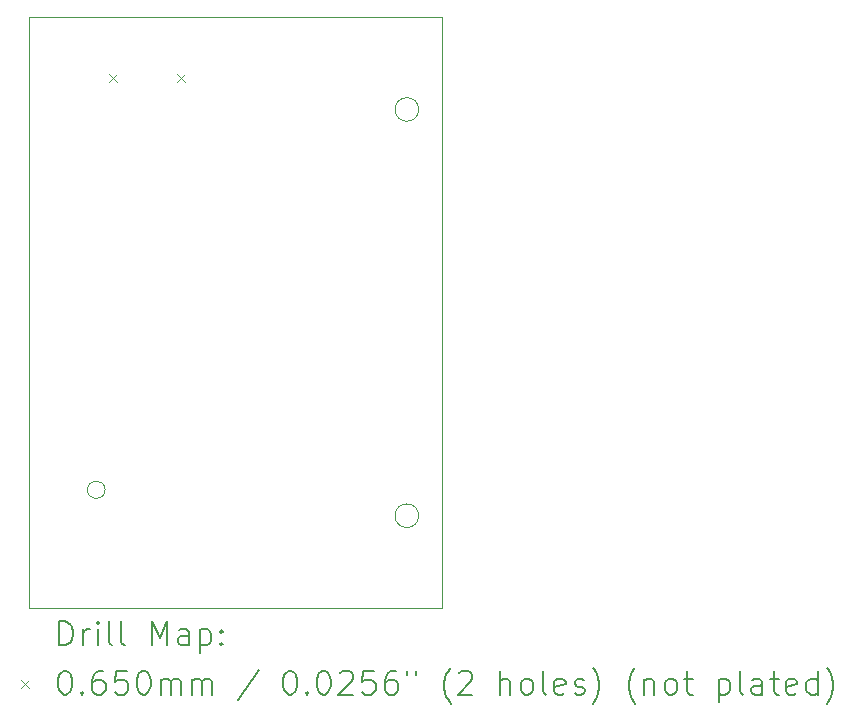
<source format=gbr>
%TF.GenerationSoftware,KiCad,Pcbnew,8.0.8*%
%TF.CreationDate,2025-02-02T13:17:52-05:00*%
%TF.ProjectId,CAN Board,43414e20-426f-4617-9264-2e6b69636164,rev?*%
%TF.SameCoordinates,Original*%
%TF.FileFunction,Drillmap*%
%TF.FilePolarity,Positive*%
%FSLAX45Y45*%
G04 Gerber Fmt 4.5, Leading zero omitted, Abs format (unit mm)*
G04 Created by KiCad (PCBNEW 8.0.8) date 2025-02-02 13:17:52*
%MOMM*%
%LPD*%
G01*
G04 APERTURE LIST*
%ADD10C,0.050000*%
%ADD11C,0.200000*%
%ADD12C,0.100000*%
G04 APERTURE END LIST*
D10*
X3345000Y-5200000D02*
G75*
G02*
X3195000Y-5200000I-75000J0D01*
G01*
X3195000Y-5200000D02*
G75*
G02*
X3345000Y-5200000I75000J0D01*
G01*
X6000000Y-5419500D02*
G75*
G02*
X5800000Y-5419500I-100000J0D01*
G01*
X5800000Y-5419500D02*
G75*
G02*
X6000000Y-5419500I100000J0D01*
G01*
X6000000Y-1979500D02*
G75*
G02*
X5800000Y-1979500I-100000J0D01*
G01*
X5800000Y-1979500D02*
G75*
G02*
X6000000Y-1979500I100000J0D01*
G01*
X2700000Y-1200000D02*
X6200000Y-1200000D01*
X6200000Y-6200000D01*
X2700000Y-6200000D01*
X2700000Y-1200000D01*
D11*
D12*
X3378500Y-1678000D02*
X3443500Y-1743000D01*
X3443500Y-1678000D02*
X3378500Y-1743000D01*
X3956500Y-1678000D02*
X4021500Y-1743000D01*
X4021500Y-1678000D02*
X3956500Y-1743000D01*
D11*
X2958277Y-6513984D02*
X2958277Y-6313984D01*
X2958277Y-6313984D02*
X3005896Y-6313984D01*
X3005896Y-6313984D02*
X3034467Y-6323508D01*
X3034467Y-6323508D02*
X3053515Y-6342555D01*
X3053515Y-6342555D02*
X3063039Y-6361603D01*
X3063039Y-6361603D02*
X3072562Y-6399698D01*
X3072562Y-6399698D02*
X3072562Y-6428269D01*
X3072562Y-6428269D02*
X3063039Y-6466365D01*
X3063039Y-6466365D02*
X3053515Y-6485412D01*
X3053515Y-6485412D02*
X3034467Y-6504460D01*
X3034467Y-6504460D02*
X3005896Y-6513984D01*
X3005896Y-6513984D02*
X2958277Y-6513984D01*
X3158277Y-6513984D02*
X3158277Y-6380650D01*
X3158277Y-6418746D02*
X3167801Y-6399698D01*
X3167801Y-6399698D02*
X3177324Y-6390174D01*
X3177324Y-6390174D02*
X3196372Y-6380650D01*
X3196372Y-6380650D02*
X3215420Y-6380650D01*
X3282086Y-6513984D02*
X3282086Y-6380650D01*
X3282086Y-6313984D02*
X3272562Y-6323508D01*
X3272562Y-6323508D02*
X3282086Y-6333031D01*
X3282086Y-6333031D02*
X3291610Y-6323508D01*
X3291610Y-6323508D02*
X3282086Y-6313984D01*
X3282086Y-6313984D02*
X3282086Y-6333031D01*
X3405896Y-6513984D02*
X3386848Y-6504460D01*
X3386848Y-6504460D02*
X3377324Y-6485412D01*
X3377324Y-6485412D02*
X3377324Y-6313984D01*
X3510658Y-6513984D02*
X3491610Y-6504460D01*
X3491610Y-6504460D02*
X3482086Y-6485412D01*
X3482086Y-6485412D02*
X3482086Y-6313984D01*
X3739229Y-6513984D02*
X3739229Y-6313984D01*
X3739229Y-6313984D02*
X3805896Y-6456841D01*
X3805896Y-6456841D02*
X3872562Y-6313984D01*
X3872562Y-6313984D02*
X3872562Y-6513984D01*
X4053515Y-6513984D02*
X4053515Y-6409222D01*
X4053515Y-6409222D02*
X4043991Y-6390174D01*
X4043991Y-6390174D02*
X4024943Y-6380650D01*
X4024943Y-6380650D02*
X3986848Y-6380650D01*
X3986848Y-6380650D02*
X3967801Y-6390174D01*
X4053515Y-6504460D02*
X4034467Y-6513984D01*
X4034467Y-6513984D02*
X3986848Y-6513984D01*
X3986848Y-6513984D02*
X3967801Y-6504460D01*
X3967801Y-6504460D02*
X3958277Y-6485412D01*
X3958277Y-6485412D02*
X3958277Y-6466365D01*
X3958277Y-6466365D02*
X3967801Y-6447317D01*
X3967801Y-6447317D02*
X3986848Y-6437793D01*
X3986848Y-6437793D02*
X4034467Y-6437793D01*
X4034467Y-6437793D02*
X4053515Y-6428269D01*
X4148753Y-6380650D02*
X4148753Y-6580650D01*
X4148753Y-6390174D02*
X4167801Y-6380650D01*
X4167801Y-6380650D02*
X4205896Y-6380650D01*
X4205896Y-6380650D02*
X4224944Y-6390174D01*
X4224944Y-6390174D02*
X4234467Y-6399698D01*
X4234467Y-6399698D02*
X4243991Y-6418746D01*
X4243991Y-6418746D02*
X4243991Y-6475888D01*
X4243991Y-6475888D02*
X4234467Y-6494936D01*
X4234467Y-6494936D02*
X4224944Y-6504460D01*
X4224944Y-6504460D02*
X4205896Y-6513984D01*
X4205896Y-6513984D02*
X4167801Y-6513984D01*
X4167801Y-6513984D02*
X4148753Y-6504460D01*
X4329705Y-6494936D02*
X4339229Y-6504460D01*
X4339229Y-6504460D02*
X4329705Y-6513984D01*
X4329705Y-6513984D02*
X4320182Y-6504460D01*
X4320182Y-6504460D02*
X4329705Y-6494936D01*
X4329705Y-6494936D02*
X4329705Y-6513984D01*
X4329705Y-6390174D02*
X4339229Y-6399698D01*
X4339229Y-6399698D02*
X4329705Y-6409222D01*
X4329705Y-6409222D02*
X4320182Y-6399698D01*
X4320182Y-6399698D02*
X4329705Y-6390174D01*
X4329705Y-6390174D02*
X4329705Y-6409222D01*
D12*
X2632500Y-6810000D02*
X2697500Y-6875000D01*
X2697500Y-6810000D02*
X2632500Y-6875000D01*
D11*
X2996372Y-6733984D02*
X3015420Y-6733984D01*
X3015420Y-6733984D02*
X3034467Y-6743508D01*
X3034467Y-6743508D02*
X3043991Y-6753031D01*
X3043991Y-6753031D02*
X3053515Y-6772079D01*
X3053515Y-6772079D02*
X3063039Y-6810174D01*
X3063039Y-6810174D02*
X3063039Y-6857793D01*
X3063039Y-6857793D02*
X3053515Y-6895888D01*
X3053515Y-6895888D02*
X3043991Y-6914936D01*
X3043991Y-6914936D02*
X3034467Y-6924460D01*
X3034467Y-6924460D02*
X3015420Y-6933984D01*
X3015420Y-6933984D02*
X2996372Y-6933984D01*
X2996372Y-6933984D02*
X2977324Y-6924460D01*
X2977324Y-6924460D02*
X2967801Y-6914936D01*
X2967801Y-6914936D02*
X2958277Y-6895888D01*
X2958277Y-6895888D02*
X2948753Y-6857793D01*
X2948753Y-6857793D02*
X2948753Y-6810174D01*
X2948753Y-6810174D02*
X2958277Y-6772079D01*
X2958277Y-6772079D02*
X2967801Y-6753031D01*
X2967801Y-6753031D02*
X2977324Y-6743508D01*
X2977324Y-6743508D02*
X2996372Y-6733984D01*
X3148753Y-6914936D02*
X3158277Y-6924460D01*
X3158277Y-6924460D02*
X3148753Y-6933984D01*
X3148753Y-6933984D02*
X3139229Y-6924460D01*
X3139229Y-6924460D02*
X3148753Y-6914936D01*
X3148753Y-6914936D02*
X3148753Y-6933984D01*
X3329705Y-6733984D02*
X3291610Y-6733984D01*
X3291610Y-6733984D02*
X3272562Y-6743508D01*
X3272562Y-6743508D02*
X3263039Y-6753031D01*
X3263039Y-6753031D02*
X3243991Y-6781603D01*
X3243991Y-6781603D02*
X3234467Y-6819698D01*
X3234467Y-6819698D02*
X3234467Y-6895888D01*
X3234467Y-6895888D02*
X3243991Y-6914936D01*
X3243991Y-6914936D02*
X3253515Y-6924460D01*
X3253515Y-6924460D02*
X3272562Y-6933984D01*
X3272562Y-6933984D02*
X3310658Y-6933984D01*
X3310658Y-6933984D02*
X3329705Y-6924460D01*
X3329705Y-6924460D02*
X3339229Y-6914936D01*
X3339229Y-6914936D02*
X3348753Y-6895888D01*
X3348753Y-6895888D02*
X3348753Y-6848269D01*
X3348753Y-6848269D02*
X3339229Y-6829222D01*
X3339229Y-6829222D02*
X3329705Y-6819698D01*
X3329705Y-6819698D02*
X3310658Y-6810174D01*
X3310658Y-6810174D02*
X3272562Y-6810174D01*
X3272562Y-6810174D02*
X3253515Y-6819698D01*
X3253515Y-6819698D02*
X3243991Y-6829222D01*
X3243991Y-6829222D02*
X3234467Y-6848269D01*
X3529705Y-6733984D02*
X3434467Y-6733984D01*
X3434467Y-6733984D02*
X3424943Y-6829222D01*
X3424943Y-6829222D02*
X3434467Y-6819698D01*
X3434467Y-6819698D02*
X3453515Y-6810174D01*
X3453515Y-6810174D02*
X3501134Y-6810174D01*
X3501134Y-6810174D02*
X3520182Y-6819698D01*
X3520182Y-6819698D02*
X3529705Y-6829222D01*
X3529705Y-6829222D02*
X3539229Y-6848269D01*
X3539229Y-6848269D02*
X3539229Y-6895888D01*
X3539229Y-6895888D02*
X3529705Y-6914936D01*
X3529705Y-6914936D02*
X3520182Y-6924460D01*
X3520182Y-6924460D02*
X3501134Y-6933984D01*
X3501134Y-6933984D02*
X3453515Y-6933984D01*
X3453515Y-6933984D02*
X3434467Y-6924460D01*
X3434467Y-6924460D02*
X3424943Y-6914936D01*
X3663039Y-6733984D02*
X3682086Y-6733984D01*
X3682086Y-6733984D02*
X3701134Y-6743508D01*
X3701134Y-6743508D02*
X3710658Y-6753031D01*
X3710658Y-6753031D02*
X3720182Y-6772079D01*
X3720182Y-6772079D02*
X3729705Y-6810174D01*
X3729705Y-6810174D02*
X3729705Y-6857793D01*
X3729705Y-6857793D02*
X3720182Y-6895888D01*
X3720182Y-6895888D02*
X3710658Y-6914936D01*
X3710658Y-6914936D02*
X3701134Y-6924460D01*
X3701134Y-6924460D02*
X3682086Y-6933984D01*
X3682086Y-6933984D02*
X3663039Y-6933984D01*
X3663039Y-6933984D02*
X3643991Y-6924460D01*
X3643991Y-6924460D02*
X3634467Y-6914936D01*
X3634467Y-6914936D02*
X3624943Y-6895888D01*
X3624943Y-6895888D02*
X3615420Y-6857793D01*
X3615420Y-6857793D02*
X3615420Y-6810174D01*
X3615420Y-6810174D02*
X3624943Y-6772079D01*
X3624943Y-6772079D02*
X3634467Y-6753031D01*
X3634467Y-6753031D02*
X3643991Y-6743508D01*
X3643991Y-6743508D02*
X3663039Y-6733984D01*
X3815420Y-6933984D02*
X3815420Y-6800650D01*
X3815420Y-6819698D02*
X3824943Y-6810174D01*
X3824943Y-6810174D02*
X3843991Y-6800650D01*
X3843991Y-6800650D02*
X3872563Y-6800650D01*
X3872563Y-6800650D02*
X3891610Y-6810174D01*
X3891610Y-6810174D02*
X3901134Y-6829222D01*
X3901134Y-6829222D02*
X3901134Y-6933984D01*
X3901134Y-6829222D02*
X3910658Y-6810174D01*
X3910658Y-6810174D02*
X3929705Y-6800650D01*
X3929705Y-6800650D02*
X3958277Y-6800650D01*
X3958277Y-6800650D02*
X3977324Y-6810174D01*
X3977324Y-6810174D02*
X3986848Y-6829222D01*
X3986848Y-6829222D02*
X3986848Y-6933984D01*
X4082086Y-6933984D02*
X4082086Y-6800650D01*
X4082086Y-6819698D02*
X4091610Y-6810174D01*
X4091610Y-6810174D02*
X4110658Y-6800650D01*
X4110658Y-6800650D02*
X4139229Y-6800650D01*
X4139229Y-6800650D02*
X4158277Y-6810174D01*
X4158277Y-6810174D02*
X4167801Y-6829222D01*
X4167801Y-6829222D02*
X4167801Y-6933984D01*
X4167801Y-6829222D02*
X4177324Y-6810174D01*
X4177324Y-6810174D02*
X4196372Y-6800650D01*
X4196372Y-6800650D02*
X4224944Y-6800650D01*
X4224944Y-6800650D02*
X4243991Y-6810174D01*
X4243991Y-6810174D02*
X4253515Y-6829222D01*
X4253515Y-6829222D02*
X4253515Y-6933984D01*
X4643991Y-6724460D02*
X4472563Y-6981603D01*
X4901134Y-6733984D02*
X4920182Y-6733984D01*
X4920182Y-6733984D02*
X4939229Y-6743508D01*
X4939229Y-6743508D02*
X4948753Y-6753031D01*
X4948753Y-6753031D02*
X4958277Y-6772079D01*
X4958277Y-6772079D02*
X4967801Y-6810174D01*
X4967801Y-6810174D02*
X4967801Y-6857793D01*
X4967801Y-6857793D02*
X4958277Y-6895888D01*
X4958277Y-6895888D02*
X4948753Y-6914936D01*
X4948753Y-6914936D02*
X4939229Y-6924460D01*
X4939229Y-6924460D02*
X4920182Y-6933984D01*
X4920182Y-6933984D02*
X4901134Y-6933984D01*
X4901134Y-6933984D02*
X4882087Y-6924460D01*
X4882087Y-6924460D02*
X4872563Y-6914936D01*
X4872563Y-6914936D02*
X4863039Y-6895888D01*
X4863039Y-6895888D02*
X4853515Y-6857793D01*
X4853515Y-6857793D02*
X4853515Y-6810174D01*
X4853515Y-6810174D02*
X4863039Y-6772079D01*
X4863039Y-6772079D02*
X4872563Y-6753031D01*
X4872563Y-6753031D02*
X4882087Y-6743508D01*
X4882087Y-6743508D02*
X4901134Y-6733984D01*
X5053515Y-6914936D02*
X5063039Y-6924460D01*
X5063039Y-6924460D02*
X5053515Y-6933984D01*
X5053515Y-6933984D02*
X5043991Y-6924460D01*
X5043991Y-6924460D02*
X5053515Y-6914936D01*
X5053515Y-6914936D02*
X5053515Y-6933984D01*
X5186848Y-6733984D02*
X5205896Y-6733984D01*
X5205896Y-6733984D02*
X5224944Y-6743508D01*
X5224944Y-6743508D02*
X5234468Y-6753031D01*
X5234468Y-6753031D02*
X5243991Y-6772079D01*
X5243991Y-6772079D02*
X5253515Y-6810174D01*
X5253515Y-6810174D02*
X5253515Y-6857793D01*
X5253515Y-6857793D02*
X5243991Y-6895888D01*
X5243991Y-6895888D02*
X5234468Y-6914936D01*
X5234468Y-6914936D02*
X5224944Y-6924460D01*
X5224944Y-6924460D02*
X5205896Y-6933984D01*
X5205896Y-6933984D02*
X5186848Y-6933984D01*
X5186848Y-6933984D02*
X5167801Y-6924460D01*
X5167801Y-6924460D02*
X5158277Y-6914936D01*
X5158277Y-6914936D02*
X5148753Y-6895888D01*
X5148753Y-6895888D02*
X5139229Y-6857793D01*
X5139229Y-6857793D02*
X5139229Y-6810174D01*
X5139229Y-6810174D02*
X5148753Y-6772079D01*
X5148753Y-6772079D02*
X5158277Y-6753031D01*
X5158277Y-6753031D02*
X5167801Y-6743508D01*
X5167801Y-6743508D02*
X5186848Y-6733984D01*
X5329706Y-6753031D02*
X5339229Y-6743508D01*
X5339229Y-6743508D02*
X5358277Y-6733984D01*
X5358277Y-6733984D02*
X5405896Y-6733984D01*
X5405896Y-6733984D02*
X5424944Y-6743508D01*
X5424944Y-6743508D02*
X5434468Y-6753031D01*
X5434468Y-6753031D02*
X5443991Y-6772079D01*
X5443991Y-6772079D02*
X5443991Y-6791127D01*
X5443991Y-6791127D02*
X5434468Y-6819698D01*
X5434468Y-6819698D02*
X5320182Y-6933984D01*
X5320182Y-6933984D02*
X5443991Y-6933984D01*
X5624944Y-6733984D02*
X5529706Y-6733984D01*
X5529706Y-6733984D02*
X5520182Y-6829222D01*
X5520182Y-6829222D02*
X5529706Y-6819698D01*
X5529706Y-6819698D02*
X5548753Y-6810174D01*
X5548753Y-6810174D02*
X5596372Y-6810174D01*
X5596372Y-6810174D02*
X5615420Y-6819698D01*
X5615420Y-6819698D02*
X5624944Y-6829222D01*
X5624944Y-6829222D02*
X5634467Y-6848269D01*
X5634467Y-6848269D02*
X5634467Y-6895888D01*
X5634467Y-6895888D02*
X5624944Y-6914936D01*
X5624944Y-6914936D02*
X5615420Y-6924460D01*
X5615420Y-6924460D02*
X5596372Y-6933984D01*
X5596372Y-6933984D02*
X5548753Y-6933984D01*
X5548753Y-6933984D02*
X5529706Y-6924460D01*
X5529706Y-6924460D02*
X5520182Y-6914936D01*
X5805896Y-6733984D02*
X5767801Y-6733984D01*
X5767801Y-6733984D02*
X5748753Y-6743508D01*
X5748753Y-6743508D02*
X5739229Y-6753031D01*
X5739229Y-6753031D02*
X5720182Y-6781603D01*
X5720182Y-6781603D02*
X5710658Y-6819698D01*
X5710658Y-6819698D02*
X5710658Y-6895888D01*
X5710658Y-6895888D02*
X5720182Y-6914936D01*
X5720182Y-6914936D02*
X5729706Y-6924460D01*
X5729706Y-6924460D02*
X5748753Y-6933984D01*
X5748753Y-6933984D02*
X5786848Y-6933984D01*
X5786848Y-6933984D02*
X5805896Y-6924460D01*
X5805896Y-6924460D02*
X5815420Y-6914936D01*
X5815420Y-6914936D02*
X5824944Y-6895888D01*
X5824944Y-6895888D02*
X5824944Y-6848269D01*
X5824944Y-6848269D02*
X5815420Y-6829222D01*
X5815420Y-6829222D02*
X5805896Y-6819698D01*
X5805896Y-6819698D02*
X5786848Y-6810174D01*
X5786848Y-6810174D02*
X5748753Y-6810174D01*
X5748753Y-6810174D02*
X5729706Y-6819698D01*
X5729706Y-6819698D02*
X5720182Y-6829222D01*
X5720182Y-6829222D02*
X5710658Y-6848269D01*
X5901134Y-6733984D02*
X5901134Y-6772079D01*
X5977325Y-6733984D02*
X5977325Y-6772079D01*
X6272563Y-7010174D02*
X6263039Y-7000650D01*
X6263039Y-7000650D02*
X6243991Y-6972079D01*
X6243991Y-6972079D02*
X6234468Y-6953031D01*
X6234468Y-6953031D02*
X6224944Y-6924460D01*
X6224944Y-6924460D02*
X6215420Y-6876841D01*
X6215420Y-6876841D02*
X6215420Y-6838746D01*
X6215420Y-6838746D02*
X6224944Y-6791127D01*
X6224944Y-6791127D02*
X6234468Y-6762555D01*
X6234468Y-6762555D02*
X6243991Y-6743508D01*
X6243991Y-6743508D02*
X6263039Y-6714936D01*
X6263039Y-6714936D02*
X6272563Y-6705412D01*
X6339229Y-6753031D02*
X6348753Y-6743508D01*
X6348753Y-6743508D02*
X6367801Y-6733984D01*
X6367801Y-6733984D02*
X6415420Y-6733984D01*
X6415420Y-6733984D02*
X6434468Y-6743508D01*
X6434468Y-6743508D02*
X6443991Y-6753031D01*
X6443991Y-6753031D02*
X6453515Y-6772079D01*
X6453515Y-6772079D02*
X6453515Y-6791127D01*
X6453515Y-6791127D02*
X6443991Y-6819698D01*
X6443991Y-6819698D02*
X6329706Y-6933984D01*
X6329706Y-6933984D02*
X6453515Y-6933984D01*
X6691610Y-6933984D02*
X6691610Y-6733984D01*
X6777325Y-6933984D02*
X6777325Y-6829222D01*
X6777325Y-6829222D02*
X6767801Y-6810174D01*
X6767801Y-6810174D02*
X6748753Y-6800650D01*
X6748753Y-6800650D02*
X6720182Y-6800650D01*
X6720182Y-6800650D02*
X6701134Y-6810174D01*
X6701134Y-6810174D02*
X6691610Y-6819698D01*
X6901134Y-6933984D02*
X6882087Y-6924460D01*
X6882087Y-6924460D02*
X6872563Y-6914936D01*
X6872563Y-6914936D02*
X6863039Y-6895888D01*
X6863039Y-6895888D02*
X6863039Y-6838746D01*
X6863039Y-6838746D02*
X6872563Y-6819698D01*
X6872563Y-6819698D02*
X6882087Y-6810174D01*
X6882087Y-6810174D02*
X6901134Y-6800650D01*
X6901134Y-6800650D02*
X6929706Y-6800650D01*
X6929706Y-6800650D02*
X6948753Y-6810174D01*
X6948753Y-6810174D02*
X6958277Y-6819698D01*
X6958277Y-6819698D02*
X6967801Y-6838746D01*
X6967801Y-6838746D02*
X6967801Y-6895888D01*
X6967801Y-6895888D02*
X6958277Y-6914936D01*
X6958277Y-6914936D02*
X6948753Y-6924460D01*
X6948753Y-6924460D02*
X6929706Y-6933984D01*
X6929706Y-6933984D02*
X6901134Y-6933984D01*
X7082087Y-6933984D02*
X7063039Y-6924460D01*
X7063039Y-6924460D02*
X7053515Y-6905412D01*
X7053515Y-6905412D02*
X7053515Y-6733984D01*
X7234468Y-6924460D02*
X7215420Y-6933984D01*
X7215420Y-6933984D02*
X7177325Y-6933984D01*
X7177325Y-6933984D02*
X7158277Y-6924460D01*
X7158277Y-6924460D02*
X7148753Y-6905412D01*
X7148753Y-6905412D02*
X7148753Y-6829222D01*
X7148753Y-6829222D02*
X7158277Y-6810174D01*
X7158277Y-6810174D02*
X7177325Y-6800650D01*
X7177325Y-6800650D02*
X7215420Y-6800650D01*
X7215420Y-6800650D02*
X7234468Y-6810174D01*
X7234468Y-6810174D02*
X7243991Y-6829222D01*
X7243991Y-6829222D02*
X7243991Y-6848269D01*
X7243991Y-6848269D02*
X7148753Y-6867317D01*
X7320182Y-6924460D02*
X7339230Y-6933984D01*
X7339230Y-6933984D02*
X7377325Y-6933984D01*
X7377325Y-6933984D02*
X7396372Y-6924460D01*
X7396372Y-6924460D02*
X7405896Y-6905412D01*
X7405896Y-6905412D02*
X7405896Y-6895888D01*
X7405896Y-6895888D02*
X7396372Y-6876841D01*
X7396372Y-6876841D02*
X7377325Y-6867317D01*
X7377325Y-6867317D02*
X7348753Y-6867317D01*
X7348753Y-6867317D02*
X7329706Y-6857793D01*
X7329706Y-6857793D02*
X7320182Y-6838746D01*
X7320182Y-6838746D02*
X7320182Y-6829222D01*
X7320182Y-6829222D02*
X7329706Y-6810174D01*
X7329706Y-6810174D02*
X7348753Y-6800650D01*
X7348753Y-6800650D02*
X7377325Y-6800650D01*
X7377325Y-6800650D02*
X7396372Y-6810174D01*
X7472563Y-7010174D02*
X7482087Y-7000650D01*
X7482087Y-7000650D02*
X7501134Y-6972079D01*
X7501134Y-6972079D02*
X7510658Y-6953031D01*
X7510658Y-6953031D02*
X7520182Y-6924460D01*
X7520182Y-6924460D02*
X7529706Y-6876841D01*
X7529706Y-6876841D02*
X7529706Y-6838746D01*
X7529706Y-6838746D02*
X7520182Y-6791127D01*
X7520182Y-6791127D02*
X7510658Y-6762555D01*
X7510658Y-6762555D02*
X7501134Y-6743508D01*
X7501134Y-6743508D02*
X7482087Y-6714936D01*
X7482087Y-6714936D02*
X7472563Y-6705412D01*
X7834468Y-7010174D02*
X7824944Y-7000650D01*
X7824944Y-7000650D02*
X7805896Y-6972079D01*
X7805896Y-6972079D02*
X7796372Y-6953031D01*
X7796372Y-6953031D02*
X7786849Y-6924460D01*
X7786849Y-6924460D02*
X7777325Y-6876841D01*
X7777325Y-6876841D02*
X7777325Y-6838746D01*
X7777325Y-6838746D02*
X7786849Y-6791127D01*
X7786849Y-6791127D02*
X7796372Y-6762555D01*
X7796372Y-6762555D02*
X7805896Y-6743508D01*
X7805896Y-6743508D02*
X7824944Y-6714936D01*
X7824944Y-6714936D02*
X7834468Y-6705412D01*
X7910658Y-6800650D02*
X7910658Y-6933984D01*
X7910658Y-6819698D02*
X7920182Y-6810174D01*
X7920182Y-6810174D02*
X7939230Y-6800650D01*
X7939230Y-6800650D02*
X7967801Y-6800650D01*
X7967801Y-6800650D02*
X7986849Y-6810174D01*
X7986849Y-6810174D02*
X7996372Y-6829222D01*
X7996372Y-6829222D02*
X7996372Y-6933984D01*
X8120182Y-6933984D02*
X8101134Y-6924460D01*
X8101134Y-6924460D02*
X8091611Y-6914936D01*
X8091611Y-6914936D02*
X8082087Y-6895888D01*
X8082087Y-6895888D02*
X8082087Y-6838746D01*
X8082087Y-6838746D02*
X8091611Y-6819698D01*
X8091611Y-6819698D02*
X8101134Y-6810174D01*
X8101134Y-6810174D02*
X8120182Y-6800650D01*
X8120182Y-6800650D02*
X8148753Y-6800650D01*
X8148753Y-6800650D02*
X8167801Y-6810174D01*
X8167801Y-6810174D02*
X8177325Y-6819698D01*
X8177325Y-6819698D02*
X8186849Y-6838746D01*
X8186849Y-6838746D02*
X8186849Y-6895888D01*
X8186849Y-6895888D02*
X8177325Y-6914936D01*
X8177325Y-6914936D02*
X8167801Y-6924460D01*
X8167801Y-6924460D02*
X8148753Y-6933984D01*
X8148753Y-6933984D02*
X8120182Y-6933984D01*
X8243992Y-6800650D02*
X8320182Y-6800650D01*
X8272563Y-6733984D02*
X8272563Y-6905412D01*
X8272563Y-6905412D02*
X8282087Y-6924460D01*
X8282087Y-6924460D02*
X8301134Y-6933984D01*
X8301134Y-6933984D02*
X8320182Y-6933984D01*
X8539230Y-6800650D02*
X8539230Y-7000650D01*
X8539230Y-6810174D02*
X8558277Y-6800650D01*
X8558277Y-6800650D02*
X8596373Y-6800650D01*
X8596373Y-6800650D02*
X8615420Y-6810174D01*
X8615420Y-6810174D02*
X8624944Y-6819698D01*
X8624944Y-6819698D02*
X8634468Y-6838746D01*
X8634468Y-6838746D02*
X8634468Y-6895888D01*
X8634468Y-6895888D02*
X8624944Y-6914936D01*
X8624944Y-6914936D02*
X8615420Y-6924460D01*
X8615420Y-6924460D02*
X8596373Y-6933984D01*
X8596373Y-6933984D02*
X8558277Y-6933984D01*
X8558277Y-6933984D02*
X8539230Y-6924460D01*
X8748754Y-6933984D02*
X8729706Y-6924460D01*
X8729706Y-6924460D02*
X8720182Y-6905412D01*
X8720182Y-6905412D02*
X8720182Y-6733984D01*
X8910658Y-6933984D02*
X8910658Y-6829222D01*
X8910658Y-6829222D02*
X8901135Y-6810174D01*
X8901135Y-6810174D02*
X8882087Y-6800650D01*
X8882087Y-6800650D02*
X8843992Y-6800650D01*
X8843992Y-6800650D02*
X8824944Y-6810174D01*
X8910658Y-6924460D02*
X8891611Y-6933984D01*
X8891611Y-6933984D02*
X8843992Y-6933984D01*
X8843992Y-6933984D02*
X8824944Y-6924460D01*
X8824944Y-6924460D02*
X8815420Y-6905412D01*
X8815420Y-6905412D02*
X8815420Y-6886365D01*
X8815420Y-6886365D02*
X8824944Y-6867317D01*
X8824944Y-6867317D02*
X8843992Y-6857793D01*
X8843992Y-6857793D02*
X8891611Y-6857793D01*
X8891611Y-6857793D02*
X8910658Y-6848269D01*
X8977325Y-6800650D02*
X9053515Y-6800650D01*
X9005896Y-6733984D02*
X9005896Y-6905412D01*
X9005896Y-6905412D02*
X9015420Y-6924460D01*
X9015420Y-6924460D02*
X9034468Y-6933984D01*
X9034468Y-6933984D02*
X9053515Y-6933984D01*
X9196373Y-6924460D02*
X9177325Y-6933984D01*
X9177325Y-6933984D02*
X9139230Y-6933984D01*
X9139230Y-6933984D02*
X9120182Y-6924460D01*
X9120182Y-6924460D02*
X9110658Y-6905412D01*
X9110658Y-6905412D02*
X9110658Y-6829222D01*
X9110658Y-6829222D02*
X9120182Y-6810174D01*
X9120182Y-6810174D02*
X9139230Y-6800650D01*
X9139230Y-6800650D02*
X9177325Y-6800650D01*
X9177325Y-6800650D02*
X9196373Y-6810174D01*
X9196373Y-6810174D02*
X9205896Y-6829222D01*
X9205896Y-6829222D02*
X9205896Y-6848269D01*
X9205896Y-6848269D02*
X9110658Y-6867317D01*
X9377325Y-6933984D02*
X9377325Y-6733984D01*
X9377325Y-6924460D02*
X9358277Y-6933984D01*
X9358277Y-6933984D02*
X9320182Y-6933984D01*
X9320182Y-6933984D02*
X9301135Y-6924460D01*
X9301135Y-6924460D02*
X9291611Y-6914936D01*
X9291611Y-6914936D02*
X9282087Y-6895888D01*
X9282087Y-6895888D02*
X9282087Y-6838746D01*
X9282087Y-6838746D02*
X9291611Y-6819698D01*
X9291611Y-6819698D02*
X9301135Y-6810174D01*
X9301135Y-6810174D02*
X9320182Y-6800650D01*
X9320182Y-6800650D02*
X9358277Y-6800650D01*
X9358277Y-6800650D02*
X9377325Y-6810174D01*
X9453516Y-7010174D02*
X9463039Y-7000650D01*
X9463039Y-7000650D02*
X9482087Y-6972079D01*
X9482087Y-6972079D02*
X9491611Y-6953031D01*
X9491611Y-6953031D02*
X9501135Y-6924460D01*
X9501135Y-6924460D02*
X9510658Y-6876841D01*
X9510658Y-6876841D02*
X9510658Y-6838746D01*
X9510658Y-6838746D02*
X9501135Y-6791127D01*
X9501135Y-6791127D02*
X9491611Y-6762555D01*
X9491611Y-6762555D02*
X9482087Y-6743508D01*
X9482087Y-6743508D02*
X9463039Y-6714936D01*
X9463039Y-6714936D02*
X9453516Y-6705412D01*
M02*

</source>
